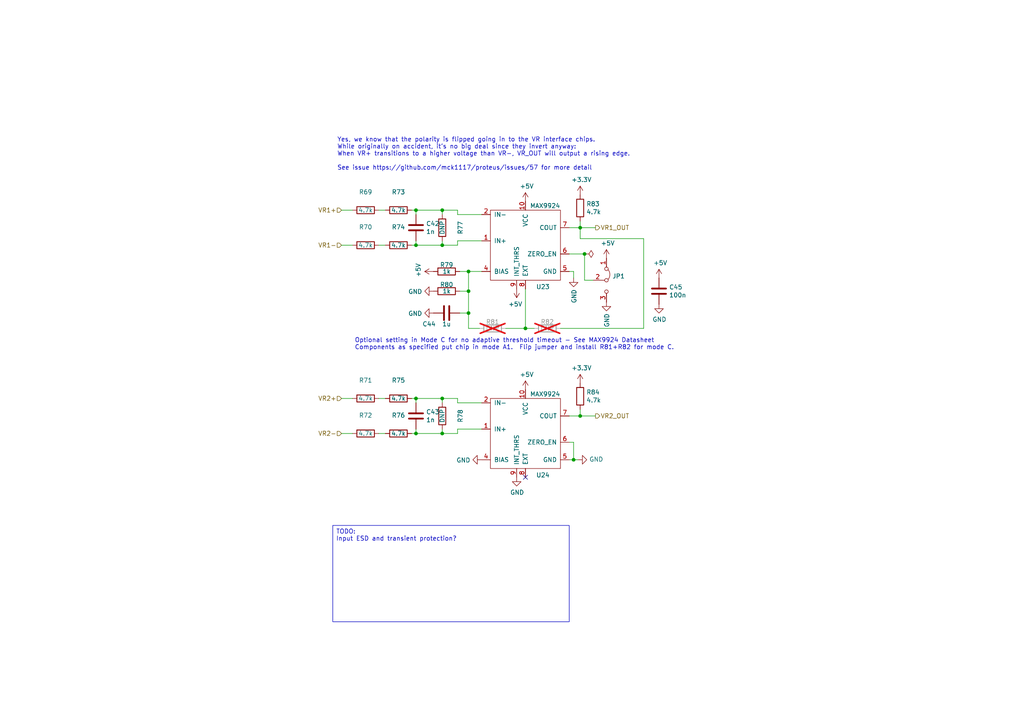
<source format=kicad_sch>
(kicad_sch (version 20250114) (generator "eeschema") (generator_version "9.0")
  (paper "A4")
  (title_block (title "rusEfi Proteus") (date "2022-04-09") (rev "v0.7") (company "rusEFI") (comment 1 "github.com/mck1117/proteus") (comment 2 "rusefi.com/s/proteus"))
  (lib_symbols
    (symbol "Device:C" (pin_numbers (hide yes)) (pin_names (offset 0.254))
      (property "Reference" "C" (at 0.635 2.54 0))
      (property "Value" "C" (at 0.635 -2.54 0))
      (symbol "C_0_1"
        (polyline (pts (xy -2.032 0.762) (xy 2.032 0.762)) (stroke (width 0.508)))
        (polyline (pts (xy -2.032 -0.762) (xy 2.032 -0.762)) (stroke (width 0.508)))
      )
      (symbol "C_1_1"
        (pin passive line (at 0 3.81 270) (length 2.794) (name "~") (number "1"))
        (pin passive line (at 0 -3.81 90) (length 2.794) (name "~") (number "2"))
      )
    )
    (symbol "Device:R" (pin_numbers (hide yes)) (pin_names (offset 0))
      (property "Reference" "R" (at 2.032 0 90))
      (property "Value" "R" (at 0 0 90))
      (symbol "R_0_1"
        (rectangle (start -1.016 -2.54) (end 1.016 2.54) (stroke (width 0.254)))
      )
      (symbol "R_1_1"
        (pin passive line (at 0 3.81 270) (length 1.27) (name "~") (number "1"))
        (pin passive line (at 0 -3.81 90) (length 1.27) (name "~") (number "2"))
      )
    )
    (symbol "max9924:MAX9924" (pin_names (offset 1.016))
      (property "Reference" "U" (at 3.81 -11.43 0))
      (property "Value" "MAX9924" (at 7.62 11.43 0))
      (symbol "MAX9924_0_1"
        (rectangle (start -10.16 10.16) (end 10.16 -10.16))
      )
      (symbol "MAX9924_1_1"
        (pin input line (at -12.7 8.89 0) (length 2.54) (name "IN-") (number "2"))
        (pin input line (at -12.7 1.27 0) (length 2.54) (name "IN+") (number "1"))
        (pin input line (at -12.7 -7.62 0) (length 2.54) (name "BIAS") (number "4"))
        (pin input line (at -2.54 -12.7 90) (length 2.54) (name "INT_THRS") (number "9"))
        (pin power_in line (at 0 12.7 270) (length 2.54) (name "VCC") (number "10"))
        (pin no_connect line (at 0 -5.08 0) (length 2.54) (hide yes) (name "~") (number "3"))
        (pin input line (at 0 -12.7 90) (length 2.54) (name "EXT") (number "8"))
        (pin output line (at 12.7 5.08 180) (length 2.54) (name "COUT") (number "7"))
        (pin input line (at 12.7 -2.54 180) (length 2.54) (name "ZERO_EN") (number "6"))
        (pin power_in line (at 12.7 -7.62 180) (length 2.54) (name "GND") (number "5"))
      )
    )
    (symbol "power:+5V" (power) (pin_names (offset 0))
      (property "Value" "+5V" (at 0 3.556 0))
      (symbol "+5V_0_1"
        (polyline (pts (xy -0.762 1.27) (xy 0 2.54)))
        (polyline (pts (xy 0 2.54) (xy 0.762 1.27)))
        (polyline (pts (xy 0 0) (xy 0 2.54)))
      )
      (symbol "+5V_1_1"
        (pin power_in line (at 0 0 90) (length 0) (hide yes) (name "+5V") (number "1"))
      )
    )
    (symbol "power:GND" (power) (pin_names (offset 0))
      (property "Value" "GND" (at 0 -3.81 0))
      (symbol "GND_0_1"
        (polyline (pts (xy 0 0) (xy 0 -1.27) (xy 1.27 -1.27) (xy 0 -2.54) (xy -1.27 -1.27) (xy 0 -1.27)))
      )
      (symbol "GND_1_1"
        (pin power_in line (at 0 0 270) (length 0) (hide yes) (name "GND") (number "1"))
      )
    )
    (symbol "power:PWR_FLAG" (power) (pin_numbers (hide yes)) (pin_names (offset 0) (hide yes))
      (property "Value" "PWR_FLAG" (at 0 3.81 0))
      (symbol "PWR_FLAG_0_0"
        (pin power_out line (at 0 0 90) (length 0) (name "pwr") (number "1"))
      )
      (symbol "PWR_FLAG_0_1"
        (polyline (pts (xy 0 0) (xy 0 1.27) (xy -1.016 1.905) (xy 0 2.54) (xy 1.016 1.905) (xy 0 1.27)))
      )
    )
    (symbol "proteus-rescue:+3.3V-power" (power) (pin_names (offset 0))
      (property "Value" "+3.3V-power" (at 0 3.556 0))
      (symbol "+3.3V-power_0_1"
        (polyline (pts (xy -0.762 1.27) (xy 0 2.54)))
        (polyline (pts (xy 0 2.54) (xy 0.762 1.27)))
        (polyline (pts (xy 0 0) (xy 0 2.54)))
      )
      (symbol "+3.3V-power_1_1"
        (pin power_in line (at 0 0 90) (length 0) (hide yes) (name "+3V3") (number "1"))
      )
    )
    (symbol "proteus-rescue:Jumper_3_Bridged12-Jumper" (pin_names (offset 0) (hide yes))
      (property "Reference" "JP" (at -2.54 -2.54 0))
      (property "Value" "Jumper_Jumper_3_Bridged12" (at 0 2.794 0))
      (symbol "Jumper_3_Bridged12-Jumper_0_0"
        (circle (center -3.302 0) (radius 0.508))
        (circle (center 0 0) (radius 0.508))
        (circle (center 3.302 0) (radius 0.508))
      )
      (symbol "Jumper_3_Bridged12-Jumper_0_1"
        (arc (start -3.048 0.508) (mid -1.651 0.9912) (end -0.254 0.508))
        (polyline (pts (xy 0 -1.27) (xy 0 -0.508)))
      )
      (symbol "Jumper_3_Bridged12-Jumper_1_1"
        (pin passive line (at -6.35 0 0) (length 2.54) (name "A") (number "1"))
        (pin input line (at 0 -3.81 90) (length 2.54) (name "C") (number "2"))
        (pin passive line (at 6.35 0 180) (length 2.54) (name "B") (number "3"))
      )
    )
  )
  (text "Optional setting in Mode C for no adaptive threshold timeout - See MAX9924 Datasheet\nComponents as specified put chip in mode A1.  Flip jumper and install R81+R82 for mode C." (at 102.87 101.6 0) (effects (font (size 1.27 1.27)) (justify left bottom)))
  (text "Yes, we know that the polarity is flipped going in to the VR interface chips.\nWhile originally on accident, it’s no big deal since they invert anyway:\nWhen VR+ transitions to a higher voltage than VR-, VR_OUT will output a rising edge.\n\nSee issue https://github.com/mck1117/proteus/issues/57 for more detail" (at 97.79 49.53 0) (effects (font (size 1.27 1.27)) (justify left bottom)))
  (text_box "TODO:\nInput ESD and transient protection?" (at 96.52 152.4 0) (size 68.58 27.94) (margins 0.9525 0.9525 0.9525 0.9525) (effects (font (size 1.27 1.27)) (justify left top)))
  (junction (at 168.275 120.65))
  (junction (at 120.65 60.96))
  (junction (at 120.65 71.12))
  (junction (at 135.89 90.805))
  (junction (at 168.275 66.04))
  (junction (at 135.89 78.74))
  (junction (at 166.37 133.35))
  (junction (at 120.65 125.73))
  (junction (at 152.4 95.25))
  (junction (at 120.65 115.57))
  (junction (at 169.545 73.66))
  (junction (at 128.27 125.73))
  (junction (at 128.27 115.57))
  (junction (at 128.27 60.96))
  (junction (at 135.89 84.455))
  (junction (at 128.27 71.12))
  (no_connect (at 152.4 138.43))
  (wire (pts (xy 135.89 90.805) (xy 135.89 95.25)))
  (wire (pts (xy 186.69 69.215) (xy 168.275 69.215)))
  (wire (pts (xy 135.89 95.25) (xy 139.065 95.25)))
  (wire (pts (xy 168.275 118.745) (xy 168.275 120.65)))
  (wire (pts (xy 128.27 115.57) (xy 120.65 115.57)))
  (wire (pts (xy 132.715 62.23) (xy 139.7 62.23)))
  (wire (pts (xy 167.64 133.35) (xy 166.37 133.35)))
  (wire (pts (xy 119.38 60.96) (xy 120.65 60.96)))
  (wire (pts (xy 154.94 95.25) (xy 152.4 95.25)))
  (wire (pts (xy 139.7 124.46) (xy 132.715 124.46)))
  (wire (pts (xy 132.715 116.84) (xy 139.7 116.84)))
  (wire (pts (xy 169.545 81.28) (xy 172.085 81.28)))
  (wire (pts (xy 99.06 60.96) (xy 102.235 60.96)))
  (wire (pts (xy 120.65 115.57) (xy 120.65 116.84)))
  (wire (pts (xy 119.38 115.57) (xy 120.65 115.57)))
  (wire (pts (xy 132.715 124.46) (xy 132.715 125.73)))
  (wire (pts (xy 169.545 73.66) (xy 169.545 81.28)))
  (wire (pts (xy 132.715 115.57) (xy 132.715 116.84)))
  (wire (pts (xy 120.65 71.12) (xy 128.27 71.12)))
  (wire (pts (xy 99.06 115.57) (xy 102.235 115.57)))
  (wire (pts (xy 168.275 120.65) (xy 165.1 120.65)))
  (wire (pts (xy 119.38 71.12) (xy 120.65 71.12)))
  (wire (pts (xy 133.35 78.74) (xy 135.89 78.74)))
  (wire (pts (xy 132.715 125.73) (xy 128.27 125.73)))
  (wire (pts (xy 99.06 71.12) (xy 102.235 71.12)))
  (wire (pts (xy 109.855 71.12) (xy 111.76 71.12)))
  (wire (pts (xy 168.275 66.04) (xy 165.1 66.04)))
  (wire (pts (xy 165.1 73.66) (xy 169.545 73.66)))
  (wire (pts (xy 139.7 69.85) (xy 132.715 69.85)))
  (wire (pts (xy 186.69 95.25) (xy 186.69 69.215)))
  (wire (pts (xy 120.65 125.73) (xy 128.27 125.73)))
  (wire (pts (xy 172.72 120.65) (xy 168.275 120.65)))
  (wire (pts (xy 128.27 116.84) (xy 128.27 115.57)))
  (wire (pts (xy 128.27 62.23) (xy 128.27 60.96)))
  (wire (pts (xy 135.89 90.805) (xy 135.89 84.455)))
  (wire (pts (xy 109.855 125.73) (xy 111.76 125.73)))
  (wire (pts (xy 132.715 71.12) (xy 128.27 71.12)))
  (wire (pts (xy 128.27 125.73) (xy 128.27 124.46)))
  (wire (pts (xy 99.06 125.73) (xy 102.235 125.73)))
  (wire (pts (xy 133.35 90.805) (xy 135.89 90.805)))
  (wire (pts (xy 128.27 60.96) (xy 132.715 60.96)))
  (wire (pts (xy 128.27 115.57) (xy 132.715 115.57)))
  (wire (pts (xy 111.76 60.96) (xy 109.855 60.96)))
  (wire (pts (xy 128.27 71.12) (xy 128.27 69.85)))
  (wire (pts (xy 166.37 80.645) (xy 166.37 78.74)))
  (wire (pts (xy 120.65 71.12) (xy 120.65 69.85)))
  (wire (pts (xy 135.89 84.455) (xy 135.89 78.74)))
  (wire (pts (xy 152.4 95.25) (xy 146.685 95.25)))
  (wire (pts (xy 132.715 69.85) (xy 132.715 71.12)))
  (wire (pts (xy 135.89 78.74) (xy 139.7 78.74)))
  (wire (pts (xy 133.35 84.455) (xy 135.89 84.455)))
  (wire (pts (xy 168.275 69.215) (xy 168.275 66.04)))
  (wire (pts (xy 166.37 78.74) (xy 165.1 78.74)))
  (wire (pts (xy 152.4 83.82) (xy 152.4 95.25)))
  (wire (pts (xy 128.27 60.96) (xy 120.65 60.96)))
  (wire (pts (xy 172.72 66.04) (xy 168.275 66.04)))
  (wire (pts (xy 119.38 125.73) (xy 120.65 125.73)))
  (wire (pts (xy 166.37 128.27) (xy 166.37 133.35)))
  (wire (pts (xy 166.37 133.35) (xy 165.1 133.35)))
  (wire (pts (xy 162.56 95.25) (xy 186.69 95.25)))
  (wire (pts (xy 165.1 128.27) (xy 166.37 128.27)))
  (wire (pts (xy 120.65 60.96) (xy 120.65 62.23)))
  (wire (pts (xy 111.76 115.57) (xy 109.855 115.57)))
  (wire (pts (xy 120.65 125.73) (xy 120.65 124.46)))
  (wire (pts (xy 168.275 64.135) (xy 168.275 66.04)))
  (wire (pts (xy 132.715 60.96) (xy 132.715 62.23)))
  (hierarchical_label "VR2-" (shape input) (at 99.06 125.73 180))
  (hierarchical_label "VR2+" (shape input) (at 99.06 115.57 180))
  (hierarchical_label "VR1_OUT" (shape output) (at 172.72 66.04 0))
  (hierarchical_label "VR1-" (shape input) (at 99.06 71.12 180))
  (hierarchical_label "VR1+" (shape input) (at 99.06 60.96 180))
  (hierarchical_label "VR2_OUT" (shape output) (at 172.72 120.65 0))
  (symbol (lib_id "max9924:MAX9924") (at 152.4 71.12 0) (unit 1)
    (property "Reference" "U23" (at 157.48 83.185 0))
    (property "Value" "MAX9924" (at 158.115 59.69 0))
    (property "Footprint" "Package_SO:MSOP-10_3x3mm_P0.5mm" (effects (hide yes)))
    (property "LCSC" "C5145181" (effects (hide yes)))
    (instances (project "trove8" (path "" (reference "U23") (unit 1))) (project "proteus" (path "" (reference "U1203") (unit 1))))
  )
  (symbol (lib_id "power:GND") (at 166.37 80.645 0) (unit 1)
    (property "Reference" "#PWR0132" (effects (hide yes)))
    (property "Value" "GND" (at 166.497 83.8962 90) (effects (justify right)))
    (instances (project "trove8" (path "" (reference "#PWR0132") (unit 1))) (project "proteus" (path "" (reference "#PWR0229") (unit 1))))
  )
  (symbol (lib_id "power:+5V") (at 152.4 58.42 0) (unit 1)
    (property "Reference" "#PWR0130" (effects (hide yes)))
    (property "Value" "+5V" (at 152.781 54.0258 0))
    (instances (project "trove8" (path "" (reference "#PWR0130") (unit 1))) (project "proteus" (path "" (reference "#PWR0230") (unit 1))))
  )
  (symbol (lib_id "Device:R") (at 168.275 60.325 0) (unit 1)
    (property "Reference" "R83" (at 170.053 59.1566 0) (effects (justify left)))
    (property "Value" "4.7k" (at 170.053 61.468 0) (effects (justify left)))
    (property "Footprint" "Resistor_SMD:R_0603_1608Metric" (effects (hide yes)))
    (property "LCSC" "C23162" (effects (hide yes)))
    (property "LCSC_ext" "0" (effects (hide yes)))
    (instances (project "trove8" (path "" (reference "R83") (unit 1))) (project "proteus" (path "" (reference "R1215") (unit 1))))
  )
  (symbol (lib_id "proteus-rescue:+3.3V-power") (at 168.275 56.515 0) (unit 1)
    (property "Reference" "#PWR0134" (effects (hide yes)))
    (property "Value" "+3.3V" (at 168.656 52.1208 0))
    (instances (project "trove8" (path "" (reference "#PWR0134") (unit 1))) (project "proteus" (path "" (reference "#PWR0231") (unit 1)) (path "" (reference "#PWR0231") (unit 1))))
  )
  (symbol (lib_id "power:GND") (at 125.73 84.455 270) (unit 1)
    (property "Reference" "#PWR0125" (effects (hide yes)))
    (property "Value" "GND" (at 122.4788 84.582 90) (effects (justify right)))
    (instances (project "trove8" (path "" (reference "#PWR0125") (unit 1))) (project "proteus" (path "" (reference "#PWR0232") (unit 1))))
  )
  (symbol (lib_id "max9924:MAX9924") (at 152.4 125.73 0) (unit 1)
    (property "Reference" "U24" (at 157.48 137.795 0))
    (property "Value" "MAX9924" (at 158.115 114.3 0))
    (property "Footprint" "Package_SO:MSOP-10_3x3mm_P0.5mm" (effects (hide yes)))
    (property "LCSC" "C5145181" (effects (hide yes)))
    (instances (project "trove8" (path "" (reference "U24") (unit 1))) (project "proteus" (path "" (reference "U1204") (unit 1))))
  )
  (symbol (lib_id "power:GND") (at 167.64 133.35 90) (unit 1)
    (property "Reference" "#PWR0133" (effects (hide yes)))
    (property "Value" "GND" (at 170.8912 133.223 90) (effects (justify right)))
    (instances (project "trove8" (path "" (reference "#PWR0133") (unit 1))) (project "proteus" (path "" (reference "#PWR0234") (unit 1))))
  )
  (symbol (lib_id "power:+5V") (at 152.4 113.03 0) (unit 1)
    (property "Reference" "#PWR0131" (effects (hide yes)))
    (property "Value" "+5V" (at 152.781 108.6358 0))
    (instances (project "trove8" (path "" (reference "#PWR0131") (unit 1))) (project "proteus" (path "" (reference "#PWR0235") (unit 1))))
  )
  (symbol (lib_id "Device:R") (at 168.275 114.935 0) (unit 1)
    (property "Reference" "R84" (at 170.053 113.7666 0) (effects (justify left)))
    (property "Value" "4.7k" (at 170.053 116.078 0) (effects (justify left)))
    (property "Footprint" "Resistor_SMD:R_0603_1608Metric" (effects (hide yes)))
    (property "LCSC" "C23162" (effects (hide yes)))
    (property "LCSC_ext" "0" (effects (hide yes)))
    (instances (project "trove8" (path "" (reference "R84") (unit 1))) (project "proteus" (path "" (reference "R1216") (unit 1))))
  )
  (symbol (lib_id "proteus-rescue:+3.3V-power") (at 168.275 111.125 0) (unit 1)
    (property "Reference" "#PWR0135" (effects (hide yes)))
    (property "Value" "+3.3V" (at 168.656 106.7308 0))
    (instances (project "trove8" (path "" (reference "#PWR0135") (unit 1))) (project "proteus" (path "" (reference "#PWR0236") (unit 1)) (path "" (reference "#PWR0236") (unit 1))))
  )
  (symbol (lib_id "power:GND") (at 139.7 133.35 270) (unit 1)
    (property "Reference" "#PWR0127" (effects (hide yes)))
    (property "Value" "GND" (at 136.4488 133.477 90) (effects (justify right)))
    (instances (project "trove8" (path "" (reference "#PWR0127") (unit 1))) (project "proteus" (path "" (reference "#PWR0237") (unit 1))))
  )
  (symbol (lib_id "power:GND") (at 149.86 138.43 0) (unit 1)
    (property "Reference" "#PWR0129" (effects (hide yes)))
    (property "Value" "GND" (at 149.987 142.8242 0))
    (instances (project "trove8" (path "" (reference "#PWR0129") (unit 1))) (project "proteus" (path "" (reference "#PWR0238") (unit 1))))
  )
  (symbol (lib_id "Device:C") (at 191.135 84.455 0) (unit 1)
    (property "Reference" "C45" (at 194.056 83.2866 0) (effects (justify left)))
    (property "Value" "100n" (at 194.056 85.598 0) (effects (justify left)))
    (property "Footprint" "Capacitor_SMD:C_0402_1005Metric" (effects (hide yes)))
    (property "LCSC" "C1525" (effects (hide yes)))
    (property "LCSC_ext" "0" (effects (hide yes)))
    (instances (project "trove8" (path "" (reference "C45") (unit 1))) (project "proteus" (path "" (reference "C1211") (unit 1))))
  )
  (symbol (lib_id "power:+5V") (at 191.135 80.645 0) (unit 1)
    (property "Reference" "#PWR0138" (effects (hide yes)))
    (property "Value" "+5V" (at 191.516 76.2508 0))
    (instances (project "trove8" (path "" (reference "#PWR0138") (unit 1))) (project "proteus" (path "" (reference "#PWR0240") (unit 1))))
  )
  (symbol (lib_id "power:GND") (at 191.135 88.265 0) (unit 1)
    (property "Reference" "#PWR0139" (effects (hide yes)))
    (property "Value" "GND" (at 191.262 92.6592 0))
    (instances (project "trove8" (path "" (reference "#PWR0139") (unit 1))) (project "proteus" (path "" (reference "#PWR0241") (unit 1))))
  )
  (symbol (lib_id "Device:R") (at 106.045 60.96 270) (unit 1)
    (property "Reference" "R69" (at 106.045 55.7022 90))
    (property "Value" "4.7k" (at 106.045 60.96 90))
    (property "Footprint" "Resistor_SMD:R_0603_1608Metric" (effects (hide yes)))
    (property "LCSC" "C23162" (effects (hide yes)))
    (property "LCSC_ext" "0" (effects (hide yes)))
    (instances (project "trove8" (path "" (reference "R69") (unit 1))) (project "proteus" (path "" (reference "R1205") (unit 1))))
  )
  (symbol (lib_id "Device:R") (at 106.045 71.12 270) (unit 1)
    (property "Reference" "R70" (at 106.045 65.8622 90))
    (property "Value" "4.7k" (at 106.045 71.12 90))
    (property "Footprint" "Resistor_SMD:R_0603_1608Metric" (effects (hide yes)))
    (property "LCSC" "C23162" (effects (hide yes)))
    (property "LCSC_ext" "0" (effects (hide yes)))
    (instances (project "trove8" (path "" (reference "R70") (unit 1))) (project "proteus" (path "" (reference "R1208") (unit 1))))
  )
  (symbol (lib_id "Device:R") (at 115.57 71.12 270) (unit 1)
    (property "Reference" "R74" (at 115.57 65.8622 90))
    (property "Value" "4.7k" (at 115.57 71.12 90))
    (property "Footprint" "Resistor_SMD:R_0603_1608Metric" (effects (hide yes)))
    (property "LCSC" "C23162" (effects (hide yes)))
    (property "LCSC_ext" "0" (effects (hide yes)))
    (instances (project "trove8" (path "" (reference "R74") (unit 1))) (project "proteus" (path "" (reference "R1209") (unit 1))))
  )
  (symbol (lib_id "Device:R") (at 115.57 60.96 270) (unit 1)
    (property "Reference" "R73" (at 115.57 55.7022 90))
    (property "Value" "4.7k" (at 115.57 60.96 90))
    (property "Footprint" "Resistor_SMD:R_0603_1608Metric" (effects (hide yes)))
    (property "LCSC" "C23162" (effects (hide yes)))
    (property "LCSC_ext" "0" (effects (hide yes)))
    (instances (project "trove8" (path "" (reference "R73") (unit 1))) (project "proteus" (path "" (reference "R1206") (unit 1))))
  )
  (symbol (lib_id "Device:C") (at 120.65 66.04 0) (unit 1)
    (property "Reference" "C42" (at 123.571 64.8716 0) (effects (justify left)))
    (property "Value" "1n" (at 123.571 67.183 0) (effects (justify left)))
    (property "Footprint" "Capacitor_SMD:C_0603_1608Metric" (effects (hide yes)))
    (property "LCSC" "C1588" (effects (hide yes)))
    (property "LCSC_ext" "0" (effects (hide yes)))
    (instances (project "trove8" (path "" (reference "C42") (unit 1))) (project "proteus" (path "" (reference "C1209") (unit 1))))
  )
  (symbol (lib_id "Device:R") (at 128.27 66.04 180) (unit 1)
    (property "Reference" "R77" (at 133.5278 66.04 90))
    (property "Value" "DNP" (at 128.27 66.04 90))
    (property "Footprint" "Resistor_SMD:R_0805_2012Metric" (effects (hide yes)))
    (property "PN" "603-RC0402FR-075KL" (effects (hide yes)))
    (property "LCSC" "DNP" (effects (hide yes)))
    (instances (project "trove8" (path "" (reference "R77") (unit 1))) (project "proteus" (path "" (reference "R1207") (unit 1))))
  )
  (symbol (lib_id "Device:R") (at 106.045 115.57 270) (unit 1)
    (property "Reference" "R71" (at 106.045 110.3122 90))
    (property "Value" "4.7k" (at 106.045 115.57 90))
    (property "Footprint" "Resistor_SMD:R_0603_1608Metric" (effects (hide yes)))
    (property "LCSC" "C23162" (effects (hide yes)))
    (property "LCSC_ext" "0" (effects (hide yes)))
    (instances (project "trove8" (path "" (reference "R71") (unit 1))) (project "proteus" (path "" (reference "R1210") (unit 1))))
  )
  (symbol (lib_id "Device:R") (at 106.045 125.73 270) (unit 1)
    (property "Reference" "R72" (at 106.045 120.4722 90))
    (property "Value" "4.7k" (at 106.045 125.73 90))
    (property "Footprint" "Resistor_SMD:R_0603_1608Metric" (effects (hide yes)))
    (property "LCSC" "C23162" (effects (hide yes)))
    (property "LCSC_ext" "0" (effects (hide yes)))
    (instances (project "trove8" (path "" (reference "R72") (unit 1))) (project "proteus" (path "" (reference "R1213") (unit 1))))
  )
  (symbol (lib_id "Device:R") (at 115.57 125.73 270) (unit 1)
    (property "Reference" "R76" (at 115.57 120.4722 90))
    (property "Value" "4.7k" (at 115.57 125.73 90))
    (property "Footprint" "Resistor_SMD:R_0603_1608Metric" (effects (hide yes)))
    (property "LCSC" "C23162" (effects (hide yes)))
    (property "LCSC_ext" "0" (effects (hide yes)))
    (instances (project "trove8" (path "" (reference "R76") (unit 1))) (project "proteus" (path "" (reference "R1214") (unit 1))))
  )
  (symbol (lib_id "Device:R") (at 115.57 115.57 270) (unit 1)
    (property "Reference" "R75" (at 115.57 110.3122 90))
    (property "Value" "4.7k" (at 115.57 115.57 90))
    (property "Footprint" "Resistor_SMD:R_0603_1608Metric" (effects (hide yes)))
    (property "LCSC" "C23162" (effects (hide yes)))
    (property "LCSC_ext" "0" (effects (hide yes)))
    (instances (project "trove8" (path "" (reference "R75") (unit 1))) (project "proteus" (path "" (reference "R1211") (unit 1))))
  )
  (symbol (lib_id "Device:C") (at 120.65 120.65 0) (unit 1)
    (property "Reference" "C43" (at 123.571 119.4816 0) (effects (justify left)))
    (property "Value" "1n" (at 123.571 121.793 0) (effects (justify left)))
    (property "Footprint" "Capacitor_SMD:C_0603_1608Metric" (effects (hide yes)))
    (property "LCSC" "C1588" (effects (hide yes)))
    (property "LCSC_ext" "0" (effects (hide yes)))
    (instances (project "trove8" (path "" (reference "C43") (unit 1))) (project "proteus" (path "" (reference "C1210") (unit 1))))
  )
  (symbol (lib_id "Device:R") (at 128.27 120.65 180) (unit 1)
    (property "Reference" "R78" (at 133.5278 120.65 90))
    (property "Value" "DNP" (at 128.27 120.65 90))
    (property "Footprint" "Resistor_SMD:R_0805_2012Metric" (effects (hide yes)))
    (property "PN" "603-RC0402FR-075KL" (effects (hide yes)))
    (property "LCSC" "DNP" (effects (hide yes)))
    (instances (project "trove8" (path "" (reference "R78") (unit 1))) (project "proteus" (path "" (reference "R1212") (unit 1))))
  )
  (symbol (lib_id "Device:R") (at 129.54 84.455 90) (unit 1)
    (property "Reference" "R80" (at 129.54 82.55 90))
    (property "Value" "1k" (at 129.54 84.455 90))
    (property "Footprint" "Resistor_SMD:R_0402_1005Metric" (effects (hide yes)))
    (property "LCSC" "C11702" (effects (hide yes)))
    (property "LCSC_ext" "0" (effects (hide yes)))
    (instances (project "trove8" (path "" (reference "R80") (unit 1))) (project "proteus" (path "" (reference "R1218") (unit 1))))
  )
  (symbol (lib_id "Device:R") (at 129.54 78.74 90) (unit 1)
    (property "Reference" "R79" (at 129.54 76.835 90))
    (property "Value" "1k" (at 129.54 78.74 90))
    (property "Footprint" "Resistor_SMD:R_0402_1005Metric" (effects (hide yes)))
    (property "LCSC" "C11702" (effects (hide yes)))
    (property "LCSC_ext" "0" (effects (hide yes)))
    (instances (project "trove8" (path "" (reference "R79") (unit 1))) (project "proteus" (path "" (reference "R1217") (unit 1))))
  )
  (symbol (lib_id "power:+5V") (at 125.73 78.74 90) (unit 1)
    (property "Reference" "#PWR0124" (effects (hide yes)))
    (property "Value" "+5V" (at 121.3358 78.359 0))
    (instances (project "trove8" (path "" (reference "#PWR0124") (unit 1))) (project "proteus" (path "" (reference "#PWR0303") (unit 1))))
  )
  (symbol (lib_id "Device:C") (at 129.54 90.805 270) (unit 1)
    (property "Reference" "C44" (at 124.46 93.98 90))
    (property "Value" "1u" (at 129.54 93.98 90))
    (property "Footprint" "Capacitor_SMD:C_0603_1608Metric" (effects (hide yes)))
    (property "LCSC" "C15849" (effects (hide yes)))
    (property "LCSC_ext" "0" (effects (hide yes)))
    (instances (project "trove8" (path "" (reference "C44") (unit 1))) (project "proteus" (path "" (reference "C1212") (unit 1))))
  )
  (symbol (lib_id "power:GND") (at 125.73 90.805 270) (unit 1)
    (property "Reference" "#PWR0126" (effects (hide yes)))
    (property "Value" "GND" (at 122.4788 90.932 90) (effects (justify right)))
    (instances (project "trove8" (path "" (reference "#PWR0126") (unit 1))) (project "proteus" (path "" (reference "#PWR0304") (unit 1))))
  )
  (symbol (lib_id "Device:R") (at 142.875 95.25 270) (unit 1) (dnp yes)
    (property "Reference" "R81" (at 142.875 93.345 90))
    (property "Value" "DNP" (at 142.875 95.25 90))
    (property "Footprint" "Resistor_SMD:R_0805_2012Metric_Pad1.20x1.40mm_HandSolder" (effects (hide yes)))
    (property "LCSC" "DNP" (effects (hide yes)))
    (instances (project "trove8" (path "" (reference "R81") (unit 1))) (project "proteus" (path "" (reference "R1219") (unit 1))))
  )
  (symbol (lib_id "Device:R") (at 158.75 95.25 270) (unit 1) (dnp yes)
    (property "Reference" "R82" (at 158.75 93.345 90))
    (property "Value" "DNP" (at 158.75 95.25 90))
    (property "Footprint" "Resistor_SMD:R_0805_2012Metric_Pad1.20x1.40mm_HandSolder" (effects (hide yes)))
    (property "LCSC" "DNP" (effects (hide yes)))
    (instances (project "trove8" (path "" (reference "R82") (unit 1))) (project "proteus" (path "" (reference "R1220") (unit 1))))
  )
  (symbol (lib_id "power:+5V") (at 149.86 83.82 180) (unit 1)
    (property "Reference" "#PWR0128" (effects (hide yes)))
    (property "Value" "+5V" (at 149.479 88.2142 0))
    (instances (project "trove8" (path "" (reference "#PWR0128") (unit 1))) (project "proteus" (path "" (reference "#PWR0233") (unit 1))))
  )
  (symbol (lib_id "proteus-rescue:Jumper_3_Bridged12-Jumper") (at 175.895 81.28 270) (unit 1) (in_bom no)
    (property "Reference" "JP1" (at 177.5968 80.1116 90) (effects (justify left)))
    (property "Value" "Jumper_3_Bridged12" (effects (hide yes)))
    (property "Footprint" "Jumper:SolderJumper-3_P1.3mm_Bridged12_RoundedPad1.0x1.5mm" (effects (hide yes)))
    (property "LCSC" "DNP" (effects (hide yes)))
    (instances (project "trove8" (path "" (reference "JP1") (unit 1))) (project "proteus" (path "" (reference "JP1201") (unit 1)) (path "" (reference "JP1201") (unit 1))))
  )
  (symbol (lib_id "power:GND") (at 175.895 87.63 0) (unit 1)
    (property "Reference" "#PWR0137" (effects (hide yes)))
    (property "Value" "GND" (at 176.022 90.8812 90) (effects (justify right)))
    (instances (project "trove8" (path "" (reference "#PWR0137") (unit 1))) (project "proteus" (path "" (reference "#PWR0305") (unit 1))))
  )
  (symbol (lib_id "power:+5V") (at 175.895 74.93 0) (unit 1)
    (property "Reference" "#PWR0136" (effects (hide yes)))
    (property "Value" "+5V" (at 176.276 70.5358 0))
    (instances (project "trove8" (path "" (reference "#PWR0136") (unit 1))) (project "proteus" (path "" (reference "#PWR0306") (unit 1))))
  )
  (symbol (lib_id "power:PWR_FLAG") (at 169.545 73.66 270) (unit 1)
    (property "Reference" "#FLG05" (effects (hide yes)))
    (property "Value" "PWR_FLAG" (effects (hide yes)))
    (instances (project "trove8" (path "" (reference "#FLG05") (unit 1))) (project "proteus" (path "" (reference "#FLG0111") (unit 1))))
  )
)
</source>
